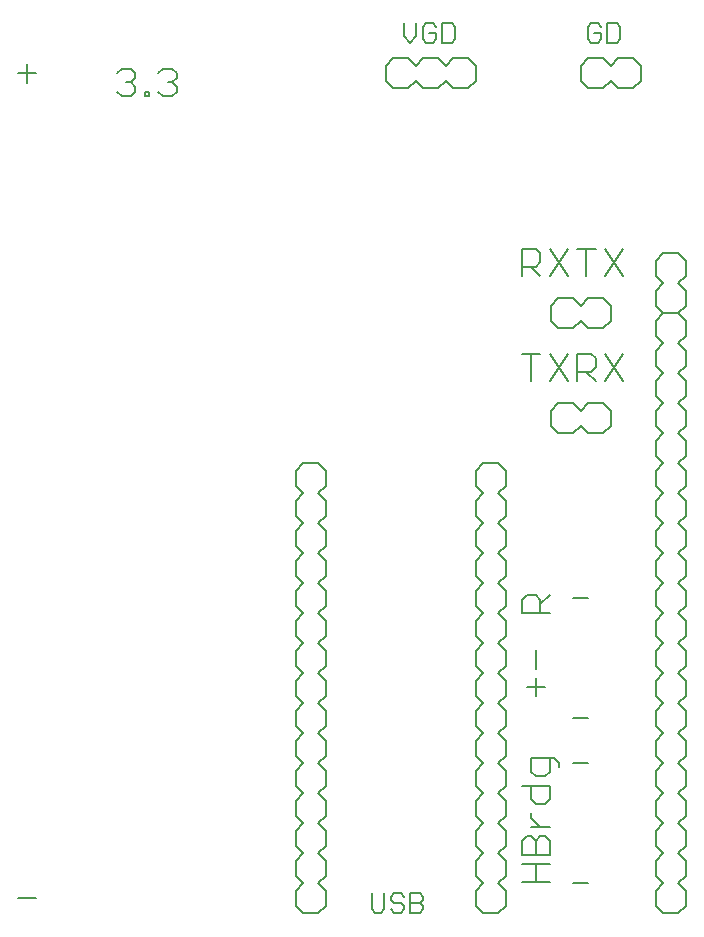
<source format=gbr>
G04 EAGLE Gerber RS-274X export*
G75*
%MOMM*%
%FSLAX34Y34*%
%LPD*%
%INSilkscreen Top*%
%IPPOS*%
%AMOC8*
5,1,8,0,0,1.08239X$1,22.5*%
G01*
%ADD10C,0.152400*%
%ADD11C,0.203200*%


D10*
X330962Y42432D02*
X330962Y28874D01*
X333674Y26162D01*
X339097Y26162D01*
X341809Y28874D01*
X341809Y42432D01*
X355469Y42432D02*
X358180Y39720D01*
X355469Y42432D02*
X350045Y42432D01*
X347334Y39720D01*
X347334Y37009D01*
X350045Y34297D01*
X355469Y34297D01*
X358180Y31585D01*
X358180Y28874D01*
X355469Y26162D01*
X350045Y26162D01*
X347334Y28874D01*
X363705Y26162D02*
X363705Y42432D01*
X371840Y42432D01*
X374552Y39720D01*
X374552Y37009D01*
X371840Y34297D01*
X374552Y31585D01*
X374552Y28874D01*
X371840Y26162D01*
X363705Y26162D01*
X363705Y34297D02*
X371840Y34297D01*
D11*
X458196Y51816D02*
X481584Y51816D01*
X469890Y51816D02*
X469890Y67408D01*
X458196Y67408D02*
X481584Y67408D01*
X481584Y75204D02*
X458196Y75204D01*
X458196Y86898D01*
X462094Y90796D01*
X465992Y90796D01*
X469890Y86898D01*
X473788Y90796D01*
X477686Y90796D01*
X481584Y86898D01*
X481584Y75204D01*
X469890Y75204D02*
X469890Y86898D01*
X465992Y98592D02*
X481584Y98592D01*
X473788Y98592D02*
X465992Y106388D01*
X465992Y110286D01*
X458196Y133674D02*
X481584Y133674D01*
X481584Y121980D01*
X477686Y118082D01*
X469890Y118082D01*
X465992Y121980D01*
X465992Y133674D01*
X489380Y149266D02*
X489380Y153164D01*
X485482Y157062D01*
X465992Y157062D01*
X465992Y145368D01*
X469890Y141470D01*
X477686Y141470D01*
X481584Y145368D01*
X481584Y157062D01*
X469890Y209296D02*
X469890Y224888D01*
X462094Y217092D02*
X477686Y217092D01*
X469890Y232684D02*
X469890Y248276D01*
X481584Y279460D02*
X458196Y279460D01*
X458196Y291154D01*
X462094Y295052D01*
X469890Y295052D01*
X473788Y291154D01*
X473788Y279460D01*
X473788Y287256D02*
X481584Y295052D01*
X115316Y736786D02*
X119214Y740684D01*
X127010Y740684D01*
X130908Y736786D01*
X130908Y732888D01*
X127010Y728990D01*
X123112Y728990D01*
X127010Y728990D02*
X130908Y725092D01*
X130908Y721194D01*
X127010Y717296D01*
X119214Y717296D01*
X115316Y721194D01*
X138704Y721194D02*
X138704Y717296D01*
X138704Y721194D02*
X142602Y721194D01*
X142602Y717296D01*
X138704Y717296D01*
X150398Y736786D02*
X154296Y740684D01*
X162092Y740684D01*
X165990Y736786D01*
X165990Y732888D01*
X162092Y728990D01*
X158194Y728990D01*
X162092Y728990D02*
X165990Y725092D01*
X165990Y721194D01*
X162092Y717296D01*
X154296Y717296D01*
X150398Y721194D01*
X47088Y38110D02*
X31496Y38110D01*
X31496Y736610D02*
X47088Y736610D01*
X39292Y744406D02*
X39292Y728814D01*
D10*
X358047Y768185D02*
X358047Y779032D01*
X358047Y768185D02*
X363471Y762762D01*
X368894Y768185D01*
X368894Y779032D01*
X382554Y779032D02*
X385265Y776320D01*
X382554Y779032D02*
X377130Y779032D01*
X374419Y776320D01*
X374419Y765474D01*
X377130Y762762D01*
X382554Y762762D01*
X385265Y765474D01*
X385265Y770897D01*
X379842Y770897D01*
X390790Y779032D02*
X390790Y762762D01*
X398925Y762762D01*
X401637Y765474D01*
X401637Y776320D01*
X398925Y779032D01*
X390790Y779032D01*
X522254Y779032D02*
X524965Y776320D01*
X522254Y779032D02*
X516830Y779032D01*
X514119Y776320D01*
X514119Y765474D01*
X516830Y762762D01*
X522254Y762762D01*
X524965Y765474D01*
X524965Y770897D01*
X519542Y770897D01*
X530490Y779032D02*
X530490Y762762D01*
X538625Y762762D01*
X541337Y765474D01*
X541337Y776320D01*
X538625Y779032D01*
X530490Y779032D01*
D11*
X466012Y499384D02*
X466012Y475996D01*
X458216Y499384D02*
X473808Y499384D01*
X481604Y499384D02*
X497196Y475996D01*
X481604Y475996D02*
X497196Y499384D01*
X504992Y499384D02*
X504992Y475996D01*
X504992Y499384D02*
X516686Y499384D01*
X520584Y495486D01*
X520584Y487690D01*
X516686Y483792D01*
X504992Y483792D01*
X512788Y483792D02*
X520584Y475996D01*
X543972Y475996D02*
X528380Y499384D01*
X543972Y499384D02*
X528380Y475996D01*
X458216Y564896D02*
X458216Y588284D01*
X469910Y588284D01*
X473808Y584386D01*
X473808Y576590D01*
X469910Y572692D01*
X458216Y572692D01*
X466012Y572692D02*
X473808Y564896D01*
X497196Y564896D02*
X481604Y588284D01*
X497196Y588284D02*
X481604Y564896D01*
X512788Y564896D02*
X512788Y588284D01*
X504992Y588284D02*
X520584Y588284D01*
X528380Y588284D02*
X543972Y564896D01*
X528380Y564896D02*
X543972Y588284D01*
X292100Y247650D02*
X292100Y234950D01*
X285750Y228600D01*
X273050Y228600D02*
X266700Y234950D01*
X292100Y273050D02*
X285750Y279400D01*
X292100Y273050D02*
X292100Y260350D01*
X285750Y254000D01*
X273050Y254000D02*
X266700Y260350D01*
X266700Y273050D01*
X273050Y279400D01*
X285750Y254000D02*
X292100Y247650D01*
X273050Y254000D02*
X266700Y247650D01*
X266700Y234950D01*
X292100Y311150D02*
X292100Y323850D01*
X292100Y311150D02*
X285750Y304800D01*
X273050Y304800D02*
X266700Y311150D01*
X285750Y304800D02*
X292100Y298450D01*
X292100Y285750D01*
X285750Y279400D01*
X273050Y279400D02*
X266700Y285750D01*
X266700Y298450D01*
X273050Y304800D01*
X292100Y349250D02*
X285750Y355600D01*
X292100Y349250D02*
X292100Y336550D01*
X285750Y330200D01*
X273050Y330200D02*
X266700Y336550D01*
X266700Y349250D01*
X273050Y355600D01*
X285750Y330200D02*
X292100Y323850D01*
X273050Y330200D02*
X266700Y323850D01*
X266700Y311150D01*
X292100Y387350D02*
X292100Y400050D01*
X292100Y387350D02*
X285750Y381000D01*
X273050Y381000D02*
X266700Y387350D01*
X285750Y381000D02*
X292100Y374650D01*
X292100Y361950D01*
X285750Y355600D01*
X273050Y355600D02*
X266700Y361950D01*
X266700Y374650D01*
X273050Y381000D01*
X273050Y406400D02*
X285750Y406400D01*
X292100Y400050D01*
X273050Y406400D02*
X266700Y400050D01*
X266700Y387350D01*
X292100Y69850D02*
X292100Y57150D01*
X285750Y50800D01*
X273050Y50800D02*
X266700Y57150D01*
X292100Y95250D02*
X285750Y101600D01*
X292100Y95250D02*
X292100Y82550D01*
X285750Y76200D01*
X273050Y76200D02*
X266700Y82550D01*
X266700Y95250D01*
X273050Y101600D01*
X285750Y76200D02*
X292100Y69850D01*
X273050Y76200D02*
X266700Y69850D01*
X266700Y57150D01*
X292100Y133350D02*
X292100Y146050D01*
X292100Y133350D02*
X285750Y127000D01*
X273050Y127000D02*
X266700Y133350D01*
X285750Y127000D02*
X292100Y120650D01*
X292100Y107950D01*
X285750Y101600D01*
X273050Y101600D02*
X266700Y107950D01*
X266700Y120650D01*
X273050Y127000D01*
X292100Y171450D02*
X285750Y177800D01*
X292100Y171450D02*
X292100Y158750D01*
X285750Y152400D01*
X273050Y152400D02*
X266700Y158750D01*
X266700Y171450D01*
X273050Y177800D01*
X285750Y152400D02*
X292100Y146050D01*
X273050Y152400D02*
X266700Y146050D01*
X266700Y133350D01*
X292100Y209550D02*
X292100Y222250D01*
X292100Y209550D02*
X285750Y203200D01*
X273050Y203200D02*
X266700Y209550D01*
X285750Y203200D02*
X292100Y196850D01*
X292100Y184150D01*
X285750Y177800D01*
X273050Y177800D02*
X266700Y184150D01*
X266700Y196850D01*
X273050Y203200D01*
X292100Y222250D02*
X285750Y228600D01*
X273050Y228600D02*
X266700Y222250D01*
X266700Y209550D01*
X285750Y50800D02*
X292100Y44450D01*
X292100Y31750D01*
X285750Y25400D01*
X273050Y25400D01*
X266700Y31750D01*
X266700Y44450D01*
X273050Y50800D01*
X419100Y184150D02*
X419100Y196850D01*
X425450Y203200D01*
X438150Y203200D02*
X444500Y196850D01*
X419100Y158750D02*
X425450Y152400D01*
X419100Y158750D02*
X419100Y171450D01*
X425450Y177800D01*
X438150Y177800D02*
X444500Y171450D01*
X444500Y158750D01*
X438150Y152400D01*
X425450Y177800D02*
X419100Y184150D01*
X438150Y177800D02*
X444500Y184150D01*
X444500Y196850D01*
X419100Y120650D02*
X419100Y107950D01*
X419100Y120650D02*
X425450Y127000D01*
X438150Y127000D02*
X444500Y120650D01*
X425450Y127000D02*
X419100Y133350D01*
X419100Y146050D01*
X425450Y152400D01*
X438150Y152400D02*
X444500Y146050D01*
X444500Y133350D01*
X438150Y127000D01*
X419100Y82550D02*
X425450Y76200D01*
X419100Y82550D02*
X419100Y95250D01*
X425450Y101600D01*
X438150Y101600D02*
X444500Y95250D01*
X444500Y82550D01*
X438150Y76200D01*
X425450Y101600D02*
X419100Y107950D01*
X438150Y101600D02*
X444500Y107950D01*
X444500Y120650D01*
X419100Y44450D02*
X419100Y31750D01*
X419100Y44450D02*
X425450Y50800D01*
X438150Y50800D02*
X444500Y44450D01*
X425450Y50800D02*
X419100Y57150D01*
X419100Y69850D01*
X425450Y76200D01*
X438150Y76200D02*
X444500Y69850D01*
X444500Y57150D01*
X438150Y50800D01*
X438150Y25400D02*
X425450Y25400D01*
X419100Y31750D01*
X438150Y25400D02*
X444500Y31750D01*
X444500Y44450D01*
X419100Y361950D02*
X419100Y374650D01*
X425450Y381000D01*
X438150Y381000D02*
X444500Y374650D01*
X419100Y336550D02*
X425450Y330200D01*
X419100Y336550D02*
X419100Y349250D01*
X425450Y355600D01*
X438150Y355600D02*
X444500Y349250D01*
X444500Y336550D01*
X438150Y330200D01*
X425450Y355600D02*
X419100Y361950D01*
X438150Y355600D02*
X444500Y361950D01*
X444500Y374650D01*
X419100Y298450D02*
X419100Y285750D01*
X419100Y298450D02*
X425450Y304800D01*
X438150Y304800D02*
X444500Y298450D01*
X425450Y304800D02*
X419100Y311150D01*
X419100Y323850D01*
X425450Y330200D01*
X438150Y330200D02*
X444500Y323850D01*
X444500Y311150D01*
X438150Y304800D01*
X419100Y260350D02*
X425450Y254000D01*
X419100Y260350D02*
X419100Y273050D01*
X425450Y279400D01*
X438150Y279400D02*
X444500Y273050D01*
X444500Y260350D01*
X438150Y254000D01*
X425450Y279400D02*
X419100Y285750D01*
X438150Y279400D02*
X444500Y285750D01*
X444500Y298450D01*
X419100Y222250D02*
X419100Y209550D01*
X419100Y222250D02*
X425450Y228600D01*
X438150Y228600D02*
X444500Y222250D01*
X425450Y228600D02*
X419100Y234950D01*
X419100Y247650D01*
X425450Y254000D01*
X438150Y254000D02*
X444500Y247650D01*
X444500Y234950D01*
X438150Y228600D01*
X419100Y209550D02*
X425450Y203200D01*
X438150Y203200D02*
X444500Y209550D01*
X444500Y222250D01*
X425450Y381000D02*
X419100Y387350D01*
X419100Y400050D01*
X425450Y406400D01*
X438150Y406400D01*
X444500Y400050D01*
X444500Y387350D01*
X438150Y381000D01*
X501650Y50800D02*
X514350Y50800D01*
X514350Y152400D02*
X501650Y152400D01*
X501650Y190500D02*
X514350Y190500D01*
X514350Y292100D02*
X501650Y292100D01*
X393700Y742950D02*
X400050Y749300D01*
X412750Y749300D01*
X419100Y742950D01*
X419100Y730250D02*
X412750Y723900D01*
X400050Y723900D01*
X393700Y730250D01*
X361950Y749300D02*
X349250Y749300D01*
X361950Y749300D02*
X368300Y742950D01*
X368300Y730250D02*
X361950Y723900D01*
X368300Y742950D02*
X374650Y749300D01*
X387350Y749300D01*
X393700Y742950D01*
X393700Y730250D02*
X387350Y723900D01*
X374650Y723900D01*
X368300Y730250D01*
X342900Y730250D02*
X342900Y742950D01*
X349250Y749300D01*
X342900Y730250D02*
X349250Y723900D01*
X361950Y723900D01*
X419100Y730250D02*
X419100Y742950D01*
X514350Y749300D02*
X527050Y749300D01*
X533400Y742950D01*
X533400Y730250D02*
X527050Y723900D01*
X533400Y742950D02*
X539750Y749300D01*
X552450Y749300D01*
X558800Y742950D01*
X558800Y730250D02*
X552450Y723900D01*
X539750Y723900D01*
X533400Y730250D01*
X508000Y730250D02*
X508000Y742950D01*
X514350Y749300D01*
X508000Y730250D02*
X514350Y723900D01*
X527050Y723900D01*
X558800Y730250D02*
X558800Y742950D01*
X571500Y196850D02*
X571500Y184150D01*
X571500Y196850D02*
X577850Y203200D01*
X590550Y203200D02*
X596900Y196850D01*
X571500Y158750D02*
X577850Y152400D01*
X571500Y158750D02*
X571500Y171450D01*
X577850Y177800D01*
X590550Y177800D02*
X596900Y171450D01*
X596900Y158750D01*
X590550Y152400D01*
X577850Y177800D02*
X571500Y184150D01*
X590550Y177800D02*
X596900Y184150D01*
X596900Y196850D01*
X571500Y120650D02*
X571500Y107950D01*
X571500Y120650D02*
X577850Y127000D01*
X590550Y127000D02*
X596900Y120650D01*
X577850Y127000D02*
X571500Y133350D01*
X571500Y146050D01*
X577850Y152400D01*
X590550Y152400D02*
X596900Y146050D01*
X596900Y133350D01*
X590550Y127000D01*
X571500Y82550D02*
X577850Y76200D01*
X571500Y82550D02*
X571500Y95250D01*
X577850Y101600D01*
X590550Y101600D02*
X596900Y95250D01*
X596900Y82550D01*
X590550Y76200D01*
X577850Y101600D02*
X571500Y107950D01*
X590550Y101600D02*
X596900Y107950D01*
X596900Y120650D01*
X571500Y44450D02*
X571500Y31750D01*
X571500Y44450D02*
X577850Y50800D01*
X590550Y50800D02*
X596900Y44450D01*
X577850Y50800D02*
X571500Y57150D01*
X571500Y69850D01*
X577850Y76200D01*
X590550Y76200D02*
X596900Y69850D01*
X596900Y57150D01*
X590550Y50800D01*
X590550Y25400D02*
X577850Y25400D01*
X571500Y31750D01*
X590550Y25400D02*
X596900Y31750D01*
X596900Y44450D01*
X571500Y361950D02*
X571500Y374650D01*
X577850Y381000D01*
X590550Y381000D02*
X596900Y374650D01*
X571500Y336550D02*
X577850Y330200D01*
X571500Y336550D02*
X571500Y349250D01*
X577850Y355600D01*
X590550Y355600D02*
X596900Y349250D01*
X596900Y336550D01*
X590550Y330200D01*
X577850Y355600D02*
X571500Y361950D01*
X590550Y355600D02*
X596900Y361950D01*
X596900Y374650D01*
X571500Y298450D02*
X571500Y285750D01*
X571500Y298450D02*
X577850Y304800D01*
X590550Y304800D02*
X596900Y298450D01*
X577850Y304800D02*
X571500Y311150D01*
X571500Y323850D01*
X577850Y330200D01*
X590550Y330200D02*
X596900Y323850D01*
X596900Y311150D01*
X590550Y304800D01*
X571500Y260350D02*
X577850Y254000D01*
X571500Y260350D02*
X571500Y273050D01*
X577850Y279400D01*
X590550Y279400D02*
X596900Y273050D01*
X596900Y260350D01*
X590550Y254000D01*
X577850Y279400D02*
X571500Y285750D01*
X590550Y279400D02*
X596900Y285750D01*
X596900Y298450D01*
X571500Y222250D02*
X571500Y209550D01*
X571500Y222250D02*
X577850Y228600D01*
X590550Y228600D02*
X596900Y222250D01*
X577850Y228600D02*
X571500Y234950D01*
X571500Y247650D01*
X577850Y254000D01*
X590550Y254000D02*
X596900Y247650D01*
X596900Y234950D01*
X590550Y228600D01*
X571500Y209550D02*
X577850Y203200D01*
X590550Y203200D02*
X596900Y209550D01*
X596900Y222250D01*
X577850Y381000D02*
X571500Y387350D01*
X571500Y400050D01*
X577850Y406400D01*
X590550Y406400D02*
X596900Y400050D01*
X596900Y387350D01*
X590550Y381000D01*
X577850Y406400D02*
X571500Y412750D01*
X571500Y425450D01*
X577850Y431800D01*
X590550Y431800D02*
X596900Y425450D01*
X596900Y412750D01*
X590550Y406400D01*
X577850Y431800D02*
X571500Y438150D01*
X571500Y450850D01*
X577850Y457200D01*
X590550Y457200D02*
X596900Y450850D01*
X596900Y438150D01*
X590550Y431800D01*
X577850Y457200D02*
X571500Y463550D01*
X571500Y476250D01*
X577850Y482600D01*
X590550Y482600D02*
X596900Y476250D01*
X596900Y463550D01*
X590550Y457200D01*
X577850Y482600D02*
X571500Y488950D01*
X571500Y501650D01*
X577850Y508000D01*
X590550Y508000D02*
X596900Y501650D01*
X596900Y488950D01*
X590550Y482600D01*
X577850Y508000D02*
X571500Y514350D01*
X571500Y527050D01*
X577850Y533400D01*
X590550Y533400D01*
X596900Y527050D01*
X596900Y514350D01*
X590550Y508000D01*
X571500Y539750D02*
X571500Y552450D01*
X577850Y558800D01*
X590550Y558800D02*
X596900Y552450D01*
X577850Y558800D02*
X571500Y565150D01*
X571500Y577850D01*
X577850Y584200D01*
X590550Y584200D02*
X596900Y577850D01*
X596900Y565150D01*
X590550Y558800D01*
X590550Y533400D02*
X577850Y533400D01*
X571500Y539750D01*
X590550Y533400D02*
X596900Y539750D01*
X596900Y552450D01*
X590550Y584200D02*
X577850Y584200D01*
X501650Y546100D02*
X488950Y546100D01*
X501650Y546100D02*
X508000Y539750D01*
X508000Y527050D02*
X501650Y520700D01*
X508000Y539750D02*
X514350Y546100D01*
X527050Y546100D01*
X533400Y539750D01*
X533400Y527050D02*
X527050Y520700D01*
X514350Y520700D01*
X508000Y527050D01*
X482600Y527050D02*
X482600Y539750D01*
X488950Y546100D01*
X482600Y527050D02*
X488950Y520700D01*
X501650Y520700D01*
X533400Y527050D02*
X533400Y539750D01*
X501650Y457200D02*
X488950Y457200D01*
X501650Y457200D02*
X508000Y450850D01*
X508000Y438150D02*
X501650Y431800D01*
X508000Y450850D02*
X514350Y457200D01*
X527050Y457200D01*
X533400Y450850D01*
X533400Y438150D02*
X527050Y431800D01*
X514350Y431800D01*
X508000Y438150D01*
X482600Y438150D02*
X482600Y450850D01*
X488950Y457200D01*
X482600Y438150D02*
X488950Y431800D01*
X501650Y431800D01*
X533400Y438150D02*
X533400Y450850D01*
M02*

</source>
